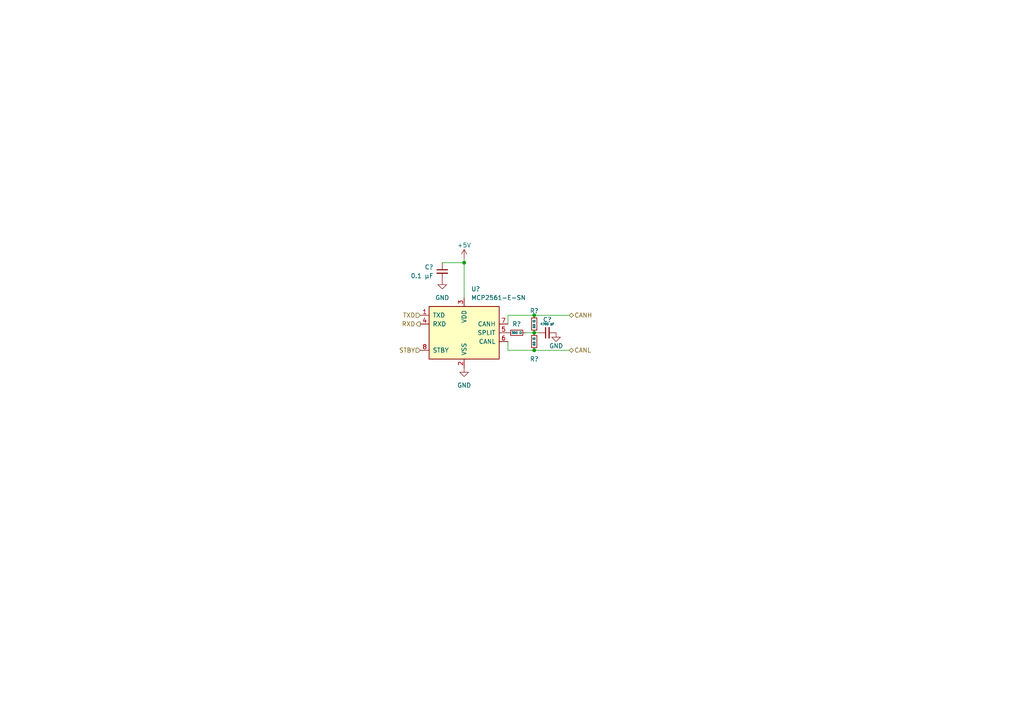
<source format=kicad_sch>
(kicad_sch (version 20211123) (generator eeschema)
  (paper "A4")
  (title_block (title "CAN Transciever") (date "2022-10-23") (rev "1") (company "Longhorn Racing"))
  (lib_symbols
    (symbol "Device:C_Small" (pin_numbers hide) (pin_names (offset 0.254) hide)
      (property "Reference" "C" (at 0.254 1.778 0))
      (property "Value" "C_Small" (at 0.254 -2.032 0))
      (symbol "C_Small_0_1"
        (polyline (pts (xy -1.524 -0.508) (xy 1.524 -0.508)) (stroke (width 0.3302)))
        (polyline (pts (xy -1.524 0.508) (xy 1.524 0.508)) (stroke (width 0.3048)))
      )
      (symbol "C_Small_1_1"
        (pin passive line (at 0 2.54 270) (length 2.032) (name "~") (number "1"))
        (pin passive line (at 0 -2.54 90) (length 2.032) (name "~") (number "2"))
      )
    )
    (symbol "Device:R_Small" (pin_numbers hide) (pin_names (offset 0.254) hide)
      (property "Reference" "R" (at 0.762 0.508 0))
      (property "Value" "R_Small" (at 0.762 -1.016 0))
      (symbol "R_Small_0_1"
        (rectangle (start -0.762 1.778) (end 0.762 -1.778) (stroke (width 0.2032)))
      )
      (symbol "R_Small_1_1"
        (pin passive line (at 0 2.54 270) (length 0.762) (name "~") (number "1"))
        (pin passive line (at 0 -2.54 90) (length 0.762) (name "~") (number "2"))
      )
    )
    (symbol "Interface_CAN_LIN:MCP2561-E-SN" (pin_names (offset 1.016))
      (property "Reference" "U" (at -10.16 8.89 0))
      (property "Value" "MCP2561-E-SN" (at 2.54 8.89 0))
      (symbol "MCP2561-E-SN_0_1"
        (rectangle (start -10.16 7.62) (end 10.16 -7.62) (stroke (width 0.254)) (fill (type background)))
      )
      (symbol "MCP2561-E-SN_1_1"
        (pin input line (at -12.7 5.08 0) (length 2.54) (name "TXD") (number "1"))
        (pin power_in line (at 0 -10.16 90) (length 2.54) (name "VSS") (number "2"))
        (pin power_in line (at 0 10.16 270) (length 2.54) (name "VDD") (number "3"))
        (pin output line (at -12.7 2.54 0) (length 2.54) (name "RXD") (number "4"))
        (pin passive line (at 12.7 0 180) (length 2.54) (name "SPLIT") (number "5"))
        (pin bidirectional line (at 12.7 -2.54 180) (length 2.54) (name "CANL") (number "6"))
        (pin bidirectional line (at 12.7 2.54 180) (length 2.54) (name "CANH") (number "7"))
        (pin input line (at -12.7 -5.08 0) (length 2.54) (name "STBY") (number "8"))
      )
    )
    (symbol "power:+5V" (power) (pin_names (offset 0))
      (property "Value" "+5V" (at 0 3.556 0))
      (symbol "+5V_0_1"
        (polyline (pts (xy -0.762 1.27) (xy 0 2.54)))
        (polyline (pts (xy 0 0) (xy 0 2.54)))
        (polyline (pts (xy 0 2.54) (xy 0.762 1.27)))
      )
      (symbol "+5V_1_1"
        (pin power_in line (at 0 0 90) (length 0) hide (name "+5V") (number "1"))
      )
    )
    (symbol "power:GND" (power) (pin_names (offset 0))
      (property "Value" "GND" (at 0 -3.81 0))
      (symbol "GND_0_1"
        (polyline (pts (xy 0 0) (xy 0 -1.27) (xy 1.27 -1.27) (xy 0 -2.54) (xy -1.27 -1.27) (xy 0 -1.27)))
      )
      (symbol "GND_1_1"
        (pin power_in line (at 0 0 270) (length 0) hide (name "GND") (number "1"))
      )
    )
  )
  (junction (at 134.62 76.2))
  (junction (at 154.94 96.52))
  (junction (at 154.94 91.44))
  (junction (at 154.94 101.6))
  (wire (pts (xy 154.94 101.6) (xy 165.1 101.6)))
  (wire (pts (xy 147.32 99.06) (xy 147.32 101.6)))
  (wire (pts (xy 154.94 91.44) (xy 165.1 91.44)))
  (wire (pts (xy 147.32 91.44) (xy 154.94 91.44)))
  (wire (pts (xy 147.32 91.44) (xy 147.32 93.98)))
  (wire (pts (xy 156.21 96.52) (xy 154.94 96.52)))
  (wire (pts (xy 134.62 74.93) (xy 134.62 76.2)))
  (wire (pts (xy 147.32 101.6) (xy 154.94 101.6)))
  (wire (pts (xy 154.94 96.52) (xy 152.4 96.52)))
  (wire (pts (xy 134.62 76.2) (xy 134.62 86.36)))
  (wire (pts (xy 128.27 76.2) (xy 134.62 76.2)))
  (hierarchical_label "CANH" (shape bidirectional) (at 165.1 91.44 0))
  (hierarchical_label "RXD" (shape output) (at 121.92 93.98 180))
  (hierarchical_label "CANL" (shape bidirectional) (at 165.1 101.6 0))
  (hierarchical_label "STBY" (shape input) (at 121.92 101.6 180))
  (hierarchical_label "TXD" (shape input) (at 121.92 91.44 180))
  (symbol (lib_id "power:GND") (at 128.27 81.28 0) (mirror y) (unit 1)
    (property "Reference" "#PWR?" (effects hide))
    (property "Value" "GND" (at 128.27 86.36 0))
  )
  (symbol (lib_id "Device:C_Small") (at 158.75 96.52 90) (unit 1)
    (property "Reference" "C?" (at 158.75 92.71 90))
    (property "Value" "4700 pF" (at 158.75 93.98 90) (effects (font (size 0.63 0.63))))
  )
  (symbol (lib_id "Device:R_Small") (at 149.86 96.52 90) (unit 1)
    (property "Reference" "R?" (at 149.86 93.98 90))
    (property "Value" "300 Ω" (at 149.86 96.52 90) (effects (font (size 0.63 0.63))))
  )
  (symbol (lib_id "Device:C_Small") (at 128.27 78.74 0) (mirror y) (unit 1)
    (property "Reference" "C?" (at 125.73 77.4762 0) (effects (justify left)))
    (property "Value" "0.1 µF" (at 125.73 80.0162 0) (effects (justify left)))
  )
  (symbol (lib_id "power:GND") (at 134.62 106.68 0) (mirror y) (unit 1)
    (property "Reference" "#PWR?" (effects hide))
    (property "Value" "GND" (at 134.62 111.76 0))
  )
  (symbol (lib_id "power:GND") (at 161.29 96.52 0) (unit 1)
    (property "Reference" "#PWR?" (effects hide))
    (property "Value" "GND" (at 161.29 100.33 0))
  )
  (symbol (lib_id "Device:R_Small") (at 154.94 93.98 0) (unit 1)
    (property "Reference" "R?" (at 153.67 90.17 0) (effects (justify left)))
    (property "Value" "60 Ω" (at 154.94 95.25 90) (effects (font (size 0.63 0.63)) (justify left)))
  )
  (symbol (lib_id "power:+5V") (at 134.62 74.93 0) (unit 1)
    (property "Reference" "#PWR?" (effects hide))
    (property "Value" "+5V" (at 134.62 71.12 0))
  )
  (symbol (lib_id "Interface_CAN_LIN:MCP2561-E-SN") (at 134.62 96.52 0) (unit 1)
    (property "Reference" "U?" (at 136.6394 83.82 0) (effects (justify left)))
    (property "Value" "MCP2561-E-SN" (at 136.6394 86.36 0) (effects (justify left)))
    (property "Footprint" "Package_SO:SOIC-8_3.9x4.9mm_P1.27mm" (effects hide))
    (property "Datasheet" "http://ww1.microchip.com/downloads/en/DeviceDoc/25167A.pdf" (effects hide))
  )
  (symbol (lib_id "Device:R_Small") (at 154.94 99.06 0) (unit 1)
    (property "Reference" "R?" (at 153.67 104.14 0) (effects (justify left)))
    (property "Value" "60 Ω" (at 154.94 100.33 90) (effects (font (size 0.63 0.63)) (justify left)))
  )
)
</source>
